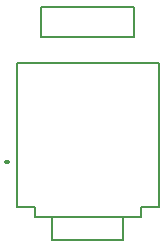
<source format=gto>
G04*
G04 #@! TF.GenerationSoftware,Altium Limited,Altium Designer,23.2.1 (34)*
G04*
G04 Layer_Color=65535*
%FSLAX25Y25*%
%MOIN*%
G70*
G04*
G04 #@! TF.SameCoordinates,276D0592-8338-4153-8C3D-7B1FABEF18E7*
G04*
G04*
G04 #@! TF.FilePolarity,Positive*
G04*
G01*
G75*
%ADD10C,0.01200*%
%ADD11C,0.00787*%
%ADD12C,0.00500*%
D10*
X329693Y224843D02*
X328906D01*
X329693D01*
D11*
X340807Y276654D02*
X371791D01*
Y266653D02*
Y276654D01*
X340807Y266653D02*
X371791D01*
X340807D02*
Y276654D01*
D12*
X344488Y198819D02*
X368110D01*
X338583Y206693D02*
X344488D01*
X368110D01*
X374016D01*
X332677Y257874D02*
X379921D01*
X332677Y209842D02*
X338583D01*
X332677D02*
Y257874D01*
X379921Y209842D02*
Y257874D01*
X374016Y209842D02*
X379921D01*
X344488Y198819D02*
Y206693D01*
X368110Y198819D02*
Y206693D01*
X338583D02*
Y209842D01*
X374016Y206693D02*
Y209842D01*
M02*

</source>
